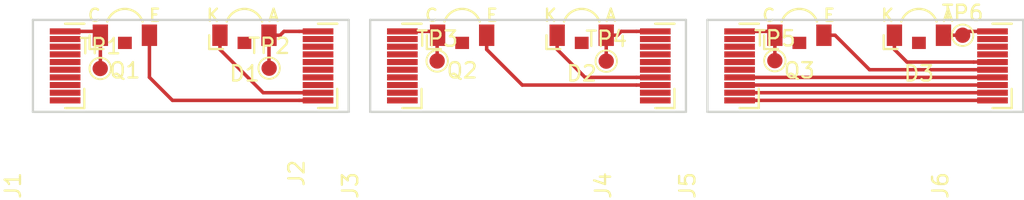
<source format=kicad_pcb>
(kicad_pcb (version 20171130) (host pcbnew 5.0.2-bee76a0~70~ubuntu18.04.1)

  (general
    (thickness 1.6)
    (drawings 12)
    (tracks 138)
    (zones 0)
    (modules 18)
    (nets 8)
  )

  (page A4)
  (layers
    (0 F.Cu signal)
    (31 B.Cu signal)
    (32 B.Adhes user)
    (33 F.Adhes user)
    (34 B.Paste user)
    (35 F.Paste user)
    (36 B.SilkS user)
    (37 F.SilkS user)
    (38 B.Mask user)
    (39 F.Mask user)
    (40 Dwgs.User user)
    (41 Cmts.User user)
    (42 Eco1.User user)
    (43 Eco2.User user)
    (44 Edge.Cuts user)
    (45 Margin user)
    (46 B.CrtYd user)
    (47 F.CrtYd user)
    (48 B.Fab user hide)
    (49 F.Fab user hide)
  )

  (setup
    (last_trace_width 0.2286)
    (trace_clearance 0.1524)
    (zone_clearance 0.508)
    (zone_45_only no)
    (trace_min 0.2)
    (segment_width 0.2)
    (edge_width 0.15)
    (via_size 0.8)
    (via_drill 0.4)
    (via_min_size 0.4)
    (via_min_drill 0.3)
    (uvia_size 0.3)
    (uvia_drill 0.1)
    (uvias_allowed no)
    (uvia_min_size 0.2)
    (uvia_min_drill 0.1)
    (pcb_text_width 0.3)
    (pcb_text_size 1.5 1.5)
    (mod_edge_width 0.15)
    (mod_text_size 1 1)
    (mod_text_width 0.15)
    (pad_size 1.524 1.524)
    (pad_drill 0.762)
    (pad_to_mask_clearance 0.051)
    (solder_mask_min_width 0.25)
    (aux_axis_origin 0 0)
    (visible_elements FFFFFF7F)
    (pcbplotparams
      (layerselection 0x010fc_ffffffff)
      (usegerberextensions true)
      (usegerberattributes false)
      (usegerberadvancedattributes false)
      (creategerberjobfile false)
      (excludeedgelayer true)
      (linewidth 0.100000)
      (plotframeref false)
      (viasonmask false)
      (mode 1)
      (useauxorigin false)
      (hpglpennumber 1)
      (hpglpenspeed 20)
      (hpglpendiameter 15.000000)
      (psnegative false)
      (psa4output false)
      (plotreference false)
      (plotvalue false)
      (plotinvisibletext false)
      (padsonsilk false)
      (subtractmaskfromsilk false)
      (outputformat 1)
      (mirror false)
      (drillshape 0)
      (scaleselection 1)
      (outputdirectory "grb"))
  )

  (net 0 "")
  (net 1 +5V)
  (net 2 /D1)
  (net 3 /D2)
  (net 4 /D3)
  (net 5 /Q1)
  (net 6 /Q2)
  (net 7 /Q3)

  (net_class Default "This is the default net class."
    (clearance 0.1524)
    (trace_width 0.2286)
    (via_dia 0.8)
    (via_drill 0.4)
    (uvia_dia 0.3)
    (uvia_drill 0.1)
    (add_net +5V)
    (add_net /D1)
    (add_net /D2)
    (add_net /D3)
    (add_net /Q1)
    (add_net /Q2)
    (add_net /Q3)
  )

  (module Roboy_mod:FPC_0.5mmx10 (layer F.Cu) (tedit 5C421DD2) (tstamp 5C4E7BE4)
    (at 92.1 71 270)
    (path /5C422A2E)
    (fp_text reference J1 (at 7.8 3.4 270) (layer F.SilkS)
      (effects (font (size 1 1) (thickness 0.15)))
    )
    (fp_text value Conn_01x10_Male (at 0.4 6.4 270) (layer F.Fab)
      (effects (font (size 1 1) (thickness 0.15)))
    )
    (fp_line (start 2.75 -1.25) (end -2.75 -1.25) (layer F.CrtYd) (width 0.15))
    (fp_line (start 2.75 1.25) (end 2.75 -1.25) (layer F.CrtYd) (width 0.15))
    (fp_line (start -2.75 1.25) (end 2.75 1.25) (layer F.CrtYd) (width 0.15))
    (fp_line (start -2.75 -1.25) (end -2.75 1.25) (layer F.CrtYd) (width 0.15))
    (fp_line (start 2.75 -1.25) (end 2.75 0) (layer F.SilkS) (width 0.15))
    (fp_line (start 1.5 -1.25) (end 2.75 -1.25) (layer F.SilkS) (width 0.15))
    (fp_line (start -2.75 0) (end -2.75 -1.25) (layer F.SilkS) (width 0.15))
    (fp_line (start -2.75 -1.25) (end -2.75 0) (layer F.SilkS) (width 0.15))
    (pad 10 smd rect (at 2.25 0 270) (size 0.4 2) (layers F.Cu F.Paste F.Mask))
    (pad 9 smd rect (at 1.75 0 270) (size 0.4 2) (layers F.Cu F.Paste F.Mask))
    (pad 8 smd rect (at 1.25 0 270) (size 0.4 2) (layers F.Cu F.Paste F.Mask))
    (pad 7 smd rect (at 0.75 0 270) (size 0.4 2) (layers F.Cu F.Paste F.Mask))
    (pad 6 smd rect (at 0.25 0 270) (size 0.4 2) (layers F.Cu F.Paste F.Mask))
    (pad 5 smd rect (at -0.25 0 270) (size 0.4 2) (layers F.Cu F.Paste F.Mask))
    (pad 4 smd rect (at -0.75 0 270) (size 0.4 2) (layers F.Cu F.Paste F.Mask))
    (pad 3 smd rect (at -1.25 0 270) (size 0.4 2) (layers F.Cu F.Paste F.Mask))
    (pad 2 smd rect (at -1.75 0 270) (size 0.4 2) (layers F.Cu F.Paste F.Mask))
    (pad 1 smd rect (at -2.25 0 270) (size 0.4 2) (layers F.Cu F.Paste F.Mask)
      (net 1 +5V))
  )

  (module Roboy_mod:Everlight_3x2x1_side_lens_wide_Phototransistor (layer F.Cu) (tedit 5C1A7549) (tstamp 5C422041)
    (at 140 69)
    (path /5C1A6477)
    (fp_text reference Q3 (at 0 2.3) (layer F.SilkS)
      (effects (font (size 1 1) (thickness 0.15)))
    )
    (fp_text value Q_Photo_NPN (at 0 3.9) (layer F.Fab)
      (effects (font (size 1 1) (thickness 0.15)))
    )
    (fp_arc (start 0 -0.5) (end 1 -0.5) (angle -180) (layer F.Fab) (width 0.15))
    (fp_line (start -1.5 0.5) (end -1.5 -0.5) (layer F.Fab) (width 0.15))
    (fp_line (start 1.5 0.5) (end -1.5 0.5) (layer F.Fab) (width 0.15))
    (fp_line (start 1.5 -0.5) (end 1.5 0.5) (layer F.Fab) (width 0.15))
    (fp_line (start -1.5 -0.5) (end 1.5 -0.5) (layer F.Fab) (width 0.15))
    (fp_line (start -2.3 0) (end -2.3 0.9) (layer F.SilkS) (width 0.15))
    (fp_line (start -2.3 0.9) (end -1.4 0.9) (layer F.SilkS) (width 0.15))
    (fp_arc (start 0 -0.5) (end 1.15 -0.9) (angle -141.6419839) (layer F.SilkS) (width 0.15))
    (fp_line (start -2.4 1) (end 2.2 1) (layer F.CrtYd) (width 0.15))
    (fp_line (start 2.2 1) (end 2.2 -1.8) (layer F.CrtYd) (width 0.15))
    (fp_line (start 2.2 -1.8) (end -2.4 -1.8) (layer F.CrtYd) (width 0.15))
    (fp_line (start -2.4 -1.8) (end -2.4 1) (layer F.CrtYd) (width 0.15))
    (fp_text user C (at -2 -1.3) (layer F.SilkS)
      (effects (font (size 0.8 0.8) (thickness 0.15)))
    )
    (fp_text user E (at 1.95 -1.3) (layer F.SilkS)
      (effects (font (size 0.8 0.8) (thickness 0.15)))
    )
    (pad "" smd rect (at 0 0.5) (size 0.9 0.8) (layers F.Cu F.Paste F.Mask))
    (pad 2 smd rect (at 1.6 0) (size 1 1.4) (layers F.Cu F.Paste F.Mask)
      (net 7 /Q3))
    (pad 1 smd rect (at -1.6 0) (size 1 1.4) (layers F.Cu F.Paste F.Mask)
      (net 1 +5V))
  )

  (module Roboy_mod:FPC_0.5mmx10 (layer F.Cu) (tedit 5C421DE7) (tstamp 5C42202C)
    (at 136.1 71 270)
    (path /5C424054)
    (fp_text reference J5 (at 7.8 3.4 270) (layer F.SilkS)
      (effects (font (size 1 1) (thickness 0.15)))
    )
    (fp_text value Conn_01x10_Male (at 0.4 6.4 270) (layer F.Fab)
      (effects (font (size 1 1) (thickness 0.15)))
    )
    (fp_line (start 2.75 -1.25) (end -2.75 -1.25) (layer F.CrtYd) (width 0.15))
    (fp_line (start 2.75 1.25) (end 2.75 -1.25) (layer F.CrtYd) (width 0.15))
    (fp_line (start -2.75 1.25) (end 2.75 1.25) (layer F.CrtYd) (width 0.15))
    (fp_line (start -2.75 -1.25) (end -2.75 1.25) (layer F.CrtYd) (width 0.15))
    (fp_line (start 2.75 -1.25) (end 2.75 0) (layer F.SilkS) (width 0.15))
    (fp_line (start 1.5 -1.25) (end 2.75 -1.25) (layer F.SilkS) (width 0.15))
    (fp_line (start -2.75 0) (end -2.75 -1.25) (layer F.SilkS) (width 0.15))
    (fp_line (start -2.75 -1.25) (end -2.75 0) (layer F.SilkS) (width 0.15))
    (pad 10 smd rect (at 2.25 0 270) (size 0.4 2) (layers F.Cu F.Paste F.Mask)
      (net 5 /Q1))
    (pad 9 smd rect (at 1.75 0 270) (size 0.4 2) (layers F.Cu F.Paste F.Mask)
      (net 2 /D1))
    (pad 8 smd rect (at 1.25 0 270) (size 0.4 2) (layers F.Cu F.Paste F.Mask)
      (net 6 /Q2))
    (pad 7 smd rect (at 0.75 0 270) (size 0.4 2) (layers F.Cu F.Paste F.Mask)
      (net 3 /D2))
    (pad 6 smd rect (at 0.25 0 270) (size 0.4 2) (layers F.Cu F.Paste F.Mask))
    (pad 5 smd rect (at -0.25 0 270) (size 0.4 2) (layers F.Cu F.Paste F.Mask))
    (pad 4 smd rect (at -0.75 0 270) (size 0.4 2) (layers F.Cu F.Paste F.Mask))
    (pad 3 smd rect (at -1.25 0 270) (size 0.4 2) (layers F.Cu F.Paste F.Mask))
    (pad 2 smd rect (at -1.75 0 270) (size 0.4 2) (layers F.Cu F.Paste F.Mask))
    (pad 1 smd rect (at -2.25 0 270) (size 0.4 2) (layers F.Cu F.Paste F.Mask)
      (net 1 +5V))
  )

  (module Roboy_mod:Everlight_3x2x1_side_lens_wide_LED (layer F.Cu) (tedit 5C1A7565) (tstamp 5C422018)
    (at 147.8 69)
    (path /5C1A6329)
    (fp_text reference D3 (at 0 2.5) (layer F.SilkS)
      (effects (font (size 1 1) (thickness 0.15)))
    )
    (fp_text value LED (at 0 4.15) (layer F.Fab)
      (effects (font (size 1 1) (thickness 0.15)))
    )
    (fp_arc (start 0 -0.5) (end 1 -0.5) (angle -180) (layer F.Fab) (width 0.15))
    (fp_line (start -1.5 0.5) (end -1.5 -0.5) (layer F.Fab) (width 0.15))
    (fp_line (start 1.5 0.5) (end -1.5 0.5) (layer F.Fab) (width 0.15))
    (fp_line (start 1.5 -0.5) (end 1.5 0.5) (layer F.Fab) (width 0.15))
    (fp_line (start -1.5 -0.5) (end 1.5 -0.5) (layer F.Fab) (width 0.15))
    (fp_line (start -2.3 0) (end -2.3 0.9) (layer F.SilkS) (width 0.15))
    (fp_line (start -2.3 0.9) (end -1.4 0.9) (layer F.SilkS) (width 0.15))
    (fp_arc (start 0 -0.5) (end 1.15 -0.9) (angle -141.6419839) (layer F.SilkS) (width 0.15))
    (fp_line (start -2.4 1) (end 2.2 1) (layer F.CrtYd) (width 0.15))
    (fp_line (start 2.2 1) (end 2.2 -1.8) (layer F.CrtYd) (width 0.15))
    (fp_line (start 2.2 -1.8) (end -2.4 -1.8) (layer F.CrtYd) (width 0.15))
    (fp_line (start -2.4 -1.8) (end -2.4 1) (layer F.CrtYd) (width 0.15))
    (fp_text user K (at -2.05 -1.3) (layer F.SilkS)
      (effects (font (size 0.8 0.8) (thickness 0.15)))
    )
    (fp_text user A (at 1.9 -1.3) (layer F.SilkS)
      (effects (font (size 0.8 0.8) (thickness 0.15)))
    )
    (pad "" smd rect (at 0 0.5) (size 0.9 0.8) (layers F.Cu F.Paste F.Mask))
    (pad 2 smd rect (at 1.6 0) (size 1 1.4) (layers F.Cu F.Paste F.Mask)
      (net 1 +5V))
    (pad 1 smd rect (at -1.6 0) (size 1 1.4) (layers F.Cu F.Paste F.Mask)
      (net 4 /D3))
  )

  (module Roboy_mod:FPC_0.5mmx10 (layer F.Cu) (tedit 5C1B784F) (tstamp 5C422003)
    (at 152.6 71 270)
    (path /5C423FAC)
    (fp_text reference J6 (at 7.8 3.4 270) (layer F.SilkS)
      (effects (font (size 1 1) (thickness 0.15)))
    )
    (fp_text value Conn_01x10_Female (at 0.4 6.4 270) (layer F.Fab)
      (effects (font (size 1 1) (thickness 0.15)))
    )
    (fp_line (start 2.75 -1.25) (end -2.75 -1.25) (layer F.CrtYd) (width 0.15))
    (fp_line (start 2.75 1.25) (end 2.75 -1.25) (layer F.CrtYd) (width 0.15))
    (fp_line (start -2.75 1.25) (end 2.75 1.25) (layer F.CrtYd) (width 0.15))
    (fp_line (start -2.75 -1.25) (end -2.75 1.25) (layer F.CrtYd) (width 0.15))
    (fp_line (start 2.75 -1.25) (end 2.75 0) (layer F.SilkS) (width 0.15))
    (fp_line (start 1.5 -1.25) (end 2.75 -1.25) (layer F.SilkS) (width 0.15))
    (fp_line (start -2.75 0) (end -2.75 -1.25) (layer F.SilkS) (width 0.15))
    (fp_line (start -2.75 -1.25) (end -2.75 0) (layer F.SilkS) (width 0.15))
    (pad 10 smd rect (at 2.25 0 270) (size 0.4 2) (layers F.Cu F.Paste F.Mask)
      (net 5 /Q1))
    (pad 9 smd rect (at 1.75 0 270) (size 0.4 2) (layers F.Cu F.Paste F.Mask)
      (net 2 /D1))
    (pad 8 smd rect (at 1.25 0 270) (size 0.4 2) (layers F.Cu F.Paste F.Mask)
      (net 6 /Q2))
    (pad 7 smd rect (at 0.75 0 270) (size 0.4 2) (layers F.Cu F.Paste F.Mask)
      (net 3 /D2))
    (pad 6 smd rect (at 0.25 0 270) (size 0.4 2) (layers F.Cu F.Paste F.Mask)
      (net 7 /Q3))
    (pad 5 smd rect (at -0.25 0 270) (size 0.4 2) (layers F.Cu F.Paste F.Mask)
      (net 4 /D3))
    (pad 4 smd rect (at -0.75 0 270) (size 0.4 2) (layers F.Cu F.Paste F.Mask))
    (pad 3 smd rect (at -1.25 0 270) (size 0.4 2) (layers F.Cu F.Paste F.Mask))
    (pad 2 smd rect (at -1.75 0 270) (size 0.4 2) (layers F.Cu F.Paste F.Mask))
    (pad 1 smd rect (at -2.25 0 270) (size 0.4 2) (layers F.Cu F.Paste F.Mask)
      (net 1 +5V))
  )

  (module Roboy_mod:Everlight_3x2x1_side_lens_wide_LED (layer F.Cu) (tedit 5C421DCB) (tstamp 5C421D1D)
    (at 125.8 69)
    (path /5C1A6309)
    (fp_text reference D2 (at 0 2.5) (layer F.SilkS)
      (effects (font (size 1 1) (thickness 0.15)))
    )
    (fp_text value LED (at 0 4.15) (layer F.Fab)
      (effects (font (size 1 1) (thickness 0.15)))
    )
    (fp_text user A (at 1.9 -1.3) (layer F.SilkS)
      (effects (font (size 0.8 0.8) (thickness 0.15)))
    )
    (fp_text user K (at -2.05 -1.3) (layer F.SilkS)
      (effects (font (size 0.8 0.8) (thickness 0.15)))
    )
    (fp_line (start -2.4 -1.8) (end -2.4 1) (layer F.CrtYd) (width 0.15))
    (fp_line (start 2.2 -1.8) (end -2.4 -1.8) (layer F.CrtYd) (width 0.15))
    (fp_line (start 2.2 1) (end 2.2 -1.8) (layer F.CrtYd) (width 0.15))
    (fp_line (start -2.4 1) (end 2.2 1) (layer F.CrtYd) (width 0.15))
    (fp_arc (start 0 -0.5) (end 1.15 -0.9) (angle -141.6419839) (layer F.SilkS) (width 0.15))
    (fp_line (start -2.3 0.9) (end -1.4 0.9) (layer F.SilkS) (width 0.15))
    (fp_line (start -2.3 0) (end -2.3 0.9) (layer F.SilkS) (width 0.15))
    (fp_line (start -1.5 -0.5) (end 1.5 -0.5) (layer F.Fab) (width 0.15))
    (fp_line (start 1.5 -0.5) (end 1.5 0.5) (layer F.Fab) (width 0.15))
    (fp_line (start 1.5 0.5) (end -1.5 0.5) (layer F.Fab) (width 0.15))
    (fp_line (start -1.5 0.5) (end -1.5 -0.5) (layer F.Fab) (width 0.15))
    (fp_arc (start 0 -0.5) (end 1 -0.5) (angle -180) (layer F.Fab) (width 0.15))
    (pad 1 smd rect (at -1.6 0) (size 1 1.4) (layers F.Cu F.Paste F.Mask)
      (net 3 /D2))
    (pad 2 smd rect (at 1.6 0) (size 1 1.4) (layers F.Cu F.Paste F.Mask)
      (net 1 +5V))
    (pad "" smd rect (at 0 0.5) (size 0.9 0.8) (layers F.Cu F.Paste F.Mask))
  )

  (module Roboy_mod:Everlight_3x2x1_side_lens_wide_Phototransistor (layer F.Cu) (tedit 5C421DC6) (tstamp 5C421D09)
    (at 118 69)
    (path /5C1A6441)
    (fp_text reference Q2 (at 0 2.3) (layer F.SilkS)
      (effects (font (size 1 1) (thickness 0.15)))
    )
    (fp_text value Q_Photo_NPN (at 0 3.9) (layer F.Fab)
      (effects (font (size 1 1) (thickness 0.15)))
    )
    (fp_text user E (at 1.95 -1.3) (layer F.SilkS)
      (effects (font (size 0.8 0.8) (thickness 0.15)))
    )
    (fp_text user C (at -2 -1.3) (layer F.SilkS)
      (effects (font (size 0.8 0.8) (thickness 0.15)))
    )
    (fp_line (start -2.4 -1.8) (end -2.4 1) (layer F.CrtYd) (width 0.15))
    (fp_line (start 2.2 -1.8) (end -2.4 -1.8) (layer F.CrtYd) (width 0.15))
    (fp_line (start 2.2 1) (end 2.2 -1.8) (layer F.CrtYd) (width 0.15))
    (fp_line (start -2.4 1) (end 2.2 1) (layer F.CrtYd) (width 0.15))
    (fp_arc (start 0 -0.5) (end 1.15 -0.9) (angle -141.6419839) (layer F.SilkS) (width 0.15))
    (fp_line (start -2.3 0.9) (end -1.4 0.9) (layer F.SilkS) (width 0.15))
    (fp_line (start -2.3 0) (end -2.3 0.9) (layer F.SilkS) (width 0.15))
    (fp_line (start -1.5 -0.5) (end 1.5 -0.5) (layer F.Fab) (width 0.15))
    (fp_line (start 1.5 -0.5) (end 1.5 0.5) (layer F.Fab) (width 0.15))
    (fp_line (start 1.5 0.5) (end -1.5 0.5) (layer F.Fab) (width 0.15))
    (fp_line (start -1.5 0.5) (end -1.5 -0.5) (layer F.Fab) (width 0.15))
    (fp_arc (start 0 -0.5) (end 1 -0.5) (angle -180) (layer F.Fab) (width 0.15))
    (pad 1 smd rect (at -1.6 0) (size 1 1.4) (layers F.Cu F.Paste F.Mask)
      (net 1 +5V))
    (pad 2 smd rect (at 1.6 0) (size 1 1.4) (layers F.Cu F.Paste F.Mask)
      (net 6 /Q2))
    (pad "" smd rect (at 0 0.5) (size 0.9 0.8) (layers F.Cu F.Paste F.Mask))
  )

  (module Roboy_mod:FPC_0.5mmx10 (layer F.Cu) (tedit 5C421DE2) (tstamp 5C421CF0)
    (at 130.6 71 270)
    (path /5C423BD3)
    (fp_text reference J4 (at 7.8 3.4 270) (layer F.SilkS)
      (effects (font (size 1 1) (thickness 0.15)))
    )
    (fp_text value Conn_01x10_Female (at 0.4 6.4 270) (layer F.Fab)
      (effects (font (size 1 1) (thickness 0.15)))
    )
    (fp_line (start -2.75 -1.25) (end -2.75 0) (layer F.SilkS) (width 0.15))
    (fp_line (start -2.75 0) (end -2.75 -1.25) (layer F.SilkS) (width 0.15))
    (fp_line (start 1.5 -1.25) (end 2.75 -1.25) (layer F.SilkS) (width 0.15))
    (fp_line (start 2.75 -1.25) (end 2.75 0) (layer F.SilkS) (width 0.15))
    (fp_line (start -2.75 -1.25) (end -2.75 1.25) (layer F.CrtYd) (width 0.15))
    (fp_line (start -2.75 1.25) (end 2.75 1.25) (layer F.CrtYd) (width 0.15))
    (fp_line (start 2.75 1.25) (end 2.75 -1.25) (layer F.CrtYd) (width 0.15))
    (fp_line (start 2.75 -1.25) (end -2.75 -1.25) (layer F.CrtYd) (width 0.15))
    (pad 1 smd rect (at -2.25 0 270) (size 0.4 2) (layers F.Cu F.Paste F.Mask)
      (net 1 +5V))
    (pad 2 smd rect (at -1.75 0 270) (size 0.4 2) (layers F.Cu F.Paste F.Mask))
    (pad 3 smd rect (at -1.25 0 270) (size 0.4 2) (layers F.Cu F.Paste F.Mask))
    (pad 4 smd rect (at -0.75 0 270) (size 0.4 2) (layers F.Cu F.Paste F.Mask))
    (pad 5 smd rect (at -0.25 0 270) (size 0.4 2) (layers F.Cu F.Paste F.Mask))
    (pad 6 smd rect (at 0.25 0 270) (size 0.4 2) (layers F.Cu F.Paste F.Mask))
    (pad 7 smd rect (at 0.75 0 270) (size 0.4 2) (layers F.Cu F.Paste F.Mask)
      (net 3 /D2))
    (pad 8 smd rect (at 1.25 0 270) (size 0.4 2) (layers F.Cu F.Paste F.Mask)
      (net 6 /Q2))
    (pad 9 smd rect (at 1.75 0 270) (size 0.4 2) (layers F.Cu F.Paste F.Mask)
      (net 2 /D1))
    (pad 10 smd rect (at 2.25 0 270) (size 0.4 2) (layers F.Cu F.Paste F.Mask)
      (net 5 /Q1))
  )

  (module Roboy_mod:FPC_0.5mmx10 (layer F.Cu) (tedit 5C421DDB) (tstamp 5C421CDB)
    (at 114.1 71 270)
    (path /5C423FFA)
    (fp_text reference J3 (at 7.8 3.4 270) (layer F.SilkS)
      (effects (font (size 1 1) (thickness 0.15)))
    )
    (fp_text value Conn_01x10_Male (at 0.4 6.4 270) (layer F.Fab)
      (effects (font (size 1 1) (thickness 0.15)))
    )
    (fp_line (start -2.75 -1.25) (end -2.75 0) (layer F.SilkS) (width 0.15))
    (fp_line (start -2.75 0) (end -2.75 -1.25) (layer F.SilkS) (width 0.15))
    (fp_line (start 1.5 -1.25) (end 2.75 -1.25) (layer F.SilkS) (width 0.15))
    (fp_line (start 2.75 -1.25) (end 2.75 0) (layer F.SilkS) (width 0.15))
    (fp_line (start -2.75 -1.25) (end -2.75 1.25) (layer F.CrtYd) (width 0.15))
    (fp_line (start -2.75 1.25) (end 2.75 1.25) (layer F.CrtYd) (width 0.15))
    (fp_line (start 2.75 1.25) (end 2.75 -1.25) (layer F.CrtYd) (width 0.15))
    (fp_line (start 2.75 -1.25) (end -2.75 -1.25) (layer F.CrtYd) (width 0.15))
    (pad 1 smd rect (at -2.25 0 270) (size 0.4 2) (layers F.Cu F.Paste F.Mask)
      (net 1 +5V))
    (pad 2 smd rect (at -1.75 0 270) (size 0.4 2) (layers F.Cu F.Paste F.Mask))
    (pad 3 smd rect (at -1.25 0 270) (size 0.4 2) (layers F.Cu F.Paste F.Mask))
    (pad 4 smd rect (at -0.75 0 270) (size 0.4 2) (layers F.Cu F.Paste F.Mask))
    (pad 5 smd rect (at -0.25 0 270) (size 0.4 2) (layers F.Cu F.Paste F.Mask))
    (pad 6 smd rect (at 0.25 0 270) (size 0.4 2) (layers F.Cu F.Paste F.Mask))
    (pad 7 smd rect (at 0.75 0 270) (size 0.4 2) (layers F.Cu F.Paste F.Mask))
    (pad 8 smd rect (at 1.25 0 270) (size 0.4 2) (layers F.Cu F.Paste F.Mask))
    (pad 9 smd rect (at 1.75 0 270) (size 0.4 2) (layers F.Cu F.Paste F.Mask)
      (net 2 /D1))
    (pad 10 smd rect (at 2.25 0 270) (size 0.4 2) (layers F.Cu F.Paste F.Mask)
      (net 5 /Q1))
  )

  (module Roboy_mod:Everlight_3x2x1_side_lens_wide_LED (layer F.Cu) (tedit 5C421DBE) (tstamp 5C423803)
    (at 103.8 69)
    (path /5C1A6090)
    (fp_text reference D1 (at 0 2.5) (layer F.SilkS)
      (effects (font (size 1 1) (thickness 0.15)))
    )
    (fp_text value LED (at 0 4.15) (layer F.Fab)
      (effects (font (size 1 1) (thickness 0.15)))
    )
    (fp_arc (start 0 -0.5) (end 1 -0.5) (angle -180) (layer F.Fab) (width 0.15))
    (fp_line (start -1.5 0.5) (end -1.5 -0.5) (layer F.Fab) (width 0.15))
    (fp_line (start 1.5 0.5) (end -1.5 0.5) (layer F.Fab) (width 0.15))
    (fp_line (start 1.5 -0.5) (end 1.5 0.5) (layer F.Fab) (width 0.15))
    (fp_line (start -1.5 -0.5) (end 1.5 -0.5) (layer F.Fab) (width 0.15))
    (fp_line (start -2.3 0) (end -2.3 0.9) (layer F.SilkS) (width 0.15))
    (fp_line (start -2.3 0.9) (end -1.4 0.9) (layer F.SilkS) (width 0.15))
    (fp_arc (start 0 -0.5) (end 1.15 -0.9) (angle -141.6419839) (layer F.SilkS) (width 0.15))
    (fp_line (start -2.4 1) (end 2.2 1) (layer F.CrtYd) (width 0.15))
    (fp_line (start 2.2 1) (end 2.2 -1.8) (layer F.CrtYd) (width 0.15))
    (fp_line (start 2.2 -1.8) (end -2.4 -1.8) (layer F.CrtYd) (width 0.15))
    (fp_line (start -2.4 -1.8) (end -2.4 1) (layer F.CrtYd) (width 0.15))
    (fp_text user K (at -2.05 -1.3) (layer F.SilkS)
      (effects (font (size 0.8 0.8) (thickness 0.15)))
    )
    (fp_text user A (at 1.9 -1.3) (layer F.SilkS)
      (effects (font (size 0.8 0.8) (thickness 0.15)))
    )
    (pad "" smd rect (at 0 0.5) (size 0.9 0.8) (layers F.Cu F.Paste F.Mask))
    (pad 2 smd rect (at 1.6 0) (size 1 1.4) (layers F.Cu F.Paste F.Mask)
      (net 1 +5V))
    (pad 1 smd rect (at -1.6 0) (size 1 1.4) (layers F.Cu F.Paste F.Mask)
      (net 2 /D1))
  )

  (module Roboy_mod:Everlight_3x2x1_side_lens_wide_Phototransistor (layer F.Cu) (tedit 5C421DB5) (tstamp 5C4236A8)
    (at 96 69)
    (path /5C1A617A)
    (fp_text reference Q1 (at 0 2.3) (layer F.SilkS)
      (effects (font (size 1 1) (thickness 0.15)))
    )
    (fp_text value Q_Photo_NPN (at 0 3.9) (layer F.Fab)
      (effects (font (size 1 1) (thickness 0.15)))
    )
    (fp_arc (start 0 -0.5) (end 1 -0.5) (angle -180) (layer F.Fab) (width 0.15))
    (fp_line (start -1.5 0.5) (end -1.5 -0.5) (layer F.Fab) (width 0.15))
    (fp_line (start 1.5 0.5) (end -1.5 0.5) (layer F.Fab) (width 0.15))
    (fp_line (start 1.5 -0.5) (end 1.5 0.5) (layer F.Fab) (width 0.15))
    (fp_line (start -1.5 -0.5) (end 1.5 -0.5) (layer F.Fab) (width 0.15))
    (fp_line (start -2.3 0) (end -2.3 0.9) (layer F.SilkS) (width 0.15))
    (fp_line (start -2.3 0.9) (end -1.4 0.9) (layer F.SilkS) (width 0.15))
    (fp_arc (start 0 -0.5) (end 1.15 -0.9) (angle -141.6419839) (layer F.SilkS) (width 0.15))
    (fp_line (start -2.4 1) (end 2.2 1) (layer F.CrtYd) (width 0.15))
    (fp_line (start 2.2 1) (end 2.2 -1.8) (layer F.CrtYd) (width 0.15))
    (fp_line (start 2.2 -1.8) (end -2.4 -1.8) (layer F.CrtYd) (width 0.15))
    (fp_line (start -2.4 -1.8) (end -2.4 1) (layer F.CrtYd) (width 0.15))
    (fp_text user C (at -2 -1.3) (layer F.SilkS)
      (effects (font (size 0.8 0.8) (thickness 0.15)))
    )
    (fp_text user E (at 1.95 -1.3) (layer F.SilkS)
      (effects (font (size 0.8 0.8) (thickness 0.15)))
    )
    (pad "" smd rect (at 0 0.5) (size 0.9 0.8) (layers F.Cu F.Paste F.Mask))
    (pad 2 smd rect (at 1.6 0) (size 1 1.4) (layers F.Cu F.Paste F.Mask)
      (net 5 /Q1))
    (pad 1 smd rect (at -1.6 0) (size 1 1.4) (layers F.Cu F.Paste F.Mask)
      (net 1 +5V))
  )

  (module Roboy_mod:FPC_0.5mmx10 (layer F.Cu) (tedit 5C421DD7) (tstamp 5C423660)
    (at 108.6 71 270)
    (path /5C4227D2)
    (fp_text reference J2 (at 7 1.4 270) (layer F.SilkS)
      (effects (font (size 1 1) (thickness 0.15)))
    )
    (fp_text value Conn_01x10_Female (at 0.4 6.4 270) (layer F.Fab)
      (effects (font (size 1 1) (thickness 0.15)))
    )
    (fp_line (start 2.75 -1.25) (end -2.75 -1.25) (layer F.CrtYd) (width 0.15))
    (fp_line (start 2.75 1.25) (end 2.75 -1.25) (layer F.CrtYd) (width 0.15))
    (fp_line (start -2.75 1.25) (end 2.75 1.25) (layer F.CrtYd) (width 0.15))
    (fp_line (start -2.75 -1.25) (end -2.75 1.25) (layer F.CrtYd) (width 0.15))
    (fp_line (start 2.75 -1.25) (end 2.75 0) (layer F.SilkS) (width 0.15))
    (fp_line (start 1.5 -1.25) (end 2.75 -1.25) (layer F.SilkS) (width 0.15))
    (fp_line (start -2.75 0) (end -2.75 -1.25) (layer F.SilkS) (width 0.15))
    (fp_line (start -2.75 -1.25) (end -2.75 0) (layer F.SilkS) (width 0.15))
    (pad 10 smd rect (at 2.25 0 270) (size 0.4 2) (layers F.Cu F.Paste F.Mask)
      (net 5 /Q1))
    (pad 9 smd rect (at 1.75 0 270) (size 0.4 2) (layers F.Cu F.Paste F.Mask)
      (net 2 /D1))
    (pad 8 smd rect (at 1.25 0 270) (size 0.4 2) (layers F.Cu F.Paste F.Mask))
    (pad 7 smd rect (at 0.75 0 270) (size 0.4 2) (layers F.Cu F.Paste F.Mask))
    (pad 6 smd rect (at 0.25 0 270) (size 0.4 2) (layers F.Cu F.Paste F.Mask))
    (pad 5 smd rect (at -0.25 0 270) (size 0.4 2) (layers F.Cu F.Paste F.Mask))
    (pad 4 smd rect (at -0.75 0 270) (size 0.4 2) (layers F.Cu F.Paste F.Mask))
    (pad 3 smd rect (at -1.25 0 270) (size 0.4 2) (layers F.Cu F.Paste F.Mask))
    (pad 2 smd rect (at -1.75 0 270) (size 0.4 2) (layers F.Cu F.Paste F.Mask))
    (pad 1 smd rect (at -2.25 0 270) (size 0.4 2) (layers F.Cu F.Paste F.Mask)
      (net 1 +5V))
  )

  (module TestPoint:TestPoint_Pad_D1.0mm (layer F.Cu) (tedit 5A0F774F) (tstamp 5C4E82A3)
    (at 94.39 71.17)
    (descr "SMD pad as test Point, diameter 1.0mm")
    (tags "test point SMD pad")
    (path /5C43F8B0)
    (attr virtual)
    (fp_text reference TP1 (at 0 -1.448) (layer F.SilkS)
      (effects (font (size 1 1) (thickness 0.15)))
    )
    (fp_text value TestPoint (at 0 1.55) (layer F.Fab)
      (effects (font (size 1 1) (thickness 0.15)))
    )
    (fp_circle (center 0 0) (end 0 0.7) (layer F.SilkS) (width 0.12))
    (fp_circle (center 0 0) (end 1 0) (layer F.CrtYd) (width 0.05))
    (fp_text user %R (at 0 -1.45) (layer F.Fab)
      (effects (font (size 1 1) (thickness 0.15)))
    )
    (pad 1 smd circle (at 0 0) (size 1 1) (layers F.Cu F.Mask)
      (net 1 +5V))
  )

  (module TestPoint:TestPoint_Pad_D1.0mm (layer F.Cu) (tedit 5A0F774F) (tstamp 5C4E81C9)
    (at 105.41 71.15)
    (descr "SMD pad as test Point, diameter 1.0mm")
    (tags "test point SMD pad")
    (path /5C44179E)
    (attr virtual)
    (fp_text reference TP2 (at 0 -1.448) (layer F.SilkS)
      (effects (font (size 1 1) (thickness 0.15)))
    )
    (fp_text value TestPoint (at 0 1.55) (layer F.Fab)
      (effects (font (size 1 1) (thickness 0.15)))
    )
    (fp_text user %R (at 0 -1.45) (layer F.Fab)
      (effects (font (size 1 1) (thickness 0.15)))
    )
    (fp_circle (center 0 0) (end 1 0) (layer F.CrtYd) (width 0.05))
    (fp_circle (center 0 0) (end 0 0.7) (layer F.SilkS) (width 0.12))
    (pad 1 smd circle (at 0 0) (size 1 1) (layers F.Cu F.Mask)
      (net 1 +5V))
  )

  (module TestPoint:TestPoint_Pad_D1.0mm (layer F.Cu) (tedit 5A0F774F) (tstamp 5C4E81D0)
    (at 116.37 70.68)
    (descr "SMD pad as test Point, diameter 1.0mm")
    (tags "test point SMD pad")
    (path /5C443BB5)
    (attr virtual)
    (fp_text reference TP3 (at 0 -1.448) (layer F.SilkS)
      (effects (font (size 1 1) (thickness 0.15)))
    )
    (fp_text value TestPoint (at 0 1.55) (layer F.Fab)
      (effects (font (size 1 1) (thickness 0.15)))
    )
    (fp_text user %R (at 0 -1.45) (layer F.Fab)
      (effects (font (size 1 1) (thickness 0.15)))
    )
    (fp_circle (center 0 0) (end 1 0) (layer F.CrtYd) (width 0.05))
    (fp_circle (center 0 0) (end 0 0.7) (layer F.SilkS) (width 0.12))
    (pad 1 smd circle (at 0 0) (size 1 1) (layers F.Cu F.Mask)
      (net 1 +5V))
  )

  (module TestPoint:TestPoint_Pad_D1.0mm (layer F.Cu) (tedit 5A0F774F) (tstamp 5C4E81D7)
    (at 127.4 70.69)
    (descr "SMD pad as test Point, diameter 1.0mm")
    (tags "test point SMD pad")
    (path /5C43F97C)
    (attr virtual)
    (fp_text reference TP4 (at 0 -1.448) (layer F.SilkS)
      (effects (font (size 1 1) (thickness 0.15)))
    )
    (fp_text value TestPoint (at 0 1.55) (layer F.Fab)
      (effects (font (size 1 1) (thickness 0.15)))
    )
    (fp_text user %R (at 0 -1.45) (layer F.Fab)
      (effects (font (size 1 1) (thickness 0.15)))
    )
    (fp_circle (center 0 0) (end 1 0) (layer F.CrtYd) (width 0.05))
    (fp_circle (center 0 0) (end 0 0.7) (layer F.SilkS) (width 0.12))
    (pad 1 smd circle (at 0 0) (size 1 1) (layers F.Cu F.Mask)
      (net 1 +5V))
  )

  (module TestPoint:TestPoint_Pad_D1.0mm (layer F.Cu) (tedit 5A0F774F) (tstamp 5C4E81DE)
    (at 138.4 70.66)
    (descr "SMD pad as test Point, diameter 1.0mm")
    (tags "test point SMD pad")
    (path /5C44170B)
    (attr virtual)
    (fp_text reference TP5 (at 0 -1.448) (layer F.SilkS)
      (effects (font (size 1 1) (thickness 0.15)))
    )
    (fp_text value TestPoint (at 0 1.55) (layer F.Fab)
      (effects (font (size 1 1) (thickness 0.15)))
    )
    (fp_circle (center 0 0) (end 0 0.7) (layer F.SilkS) (width 0.12))
    (fp_circle (center 0 0) (end 1 0) (layer F.CrtYd) (width 0.05))
    (fp_text user %R (at 0 -1.45) (layer F.Fab)
      (effects (font (size 1 1) (thickness 0.15)))
    )
    (pad 1 smd circle (at 0 0) (size 1 1) (layers F.Cu F.Mask)
      (net 1 +5V))
  )

  (module TestPoint:TestPoint_Pad_D1.0mm (layer F.Cu) (tedit 5A0F774F) (tstamp 5C4E81E5)
    (at 150.65 69)
    (descr "SMD pad as test Point, diameter 1.0mm")
    (tags "test point SMD pad")
    (path /5C443396)
    (attr virtual)
    (fp_text reference TP6 (at 0 -1.448) (layer F.SilkS)
      (effects (font (size 1 1) (thickness 0.15)))
    )
    (fp_text value TestPoint (at 0 1.55) (layer F.Fab)
      (effects (font (size 1 1) (thickness 0.15)))
    )
    (fp_circle (center 0 0) (end 0 0.7) (layer F.SilkS) (width 0.12))
    (fp_circle (center 0 0) (end 1 0) (layer F.CrtYd) (width 0.05))
    (fp_text user %R (at 0 -1.45) (layer F.Fab)
      (effects (font (size 1 1) (thickness 0.15)))
    )
    (pad 1 smd circle (at 0 0) (size 1 1) (layers F.Cu F.Mask)
      (net 1 +5V))
  )

  (gr_line (start 154.6 74) (end 134 74) (layer Edge.Cuts) (width 0.15) (tstamp 5C422055))
  (gr_line (start 134 68) (end 154.6 68) (layer Edge.Cuts) (width 0.15) (tstamp 5C422002))
  (gr_line (start 154.6 68) (end 154.6 74) (layer Edge.Cuts) (width 0.15) (tstamp 5C422001))
  (gr_line (start 134 74) (end 134 68) (layer Edge.Cuts) (width 0.15) (tstamp 5C422000))
  (gr_line (start 112 68) (end 132.6 68) (layer Edge.Cuts) (width 0.15) (tstamp 5C421D08))
  (gr_line (start 132.6 68) (end 132.6 74) (layer Edge.Cuts) (width 0.15) (tstamp 5C421D07))
  (gr_line (start 112 74) (end 112 68) (layer Edge.Cuts) (width 0.15) (tstamp 5C421D06))
  (gr_line (start 132.6 74) (end 112 74) (layer Edge.Cuts) (width 0.15) (tstamp 5C421D05))
  (gr_line (start 90 68) (end 110.6 68) (layer Edge.Cuts) (width 0.15) (tstamp 5C4238F2))
  (gr_line (start 110.6 68) (end 110.6 74) (layer Edge.Cuts) (width 0.15) (tstamp 5C4238F1))
  (gr_line (start 110.6 74) (end 90 74) (layer Edge.Cuts) (width 0.15) (tstamp 5C4238F0))
  (gr_line (start 90 74) (end 90 68) (layer Edge.Cuts) (width 0.15) (tstamp 5C4238EF))

  (segment (start 106.24 73.30559) (end 106.03 73.51559) (width 0.254) (layer In2.Cu) (net 0) (tstamp 5C423677))
  (segment (start 110.28 73.43) (end 110.14361 73.56639) (width 0.1524) (layer In2.Cu) (net 0) (tstamp 5C423712))
  (segment (start 110.47 73.43) (end 110.28 73.43) (width 0.1524) (layer In2.Cu) (net 0) (tstamp 5C423713))
  (segment (start 110.463208 73.51559) (end 110.47 73.508798) (width 0.1524) (layer In2.Cu) (net 0) (tstamp 5C423714))
  (segment (start 110.47 73.508798) (end 110.47 73.43) (width 0.1524) (layer In2.Cu) (net 0) (tstamp 5C423715))
  (segment (start 110.768714 73.43) (end 110.28 73.43) (width 0.254) (layer In2.Cu) (net 0) (tstamp 5C423716))
  (segment (start 110.78559 73.446876) (end 110.768714 73.43) (width 0.254) (layer In2.Cu) (net 0) (tstamp 5C423717))
  (segment (start 110.78559 73.51559) (end 110.78559 73.446876) (width 0.254) (layer In2.Cu) (net 0) (tstamp 5C423718))
  (segment (start 110.78559 73.51559) (end 110.463208 73.51559) (width 0.254) (layer In2.Cu) (net 0) (tstamp 5C423719))
  (segment (start 110.463208 73.51559) (end 110.44441 73.51559) (width 0.1524) (layer In2.Cu) (net 0) (tstamp 5C42371A))
  (segment (start 110.44441 73.51559) (end 110.39361 73.56639) (width 0.1524) (layer In2.Cu) (net 0) (tstamp 5C42371B))
  (segment (start 114.6126 69.549802) (end 114.592402 69.57) (width 0.254) (layer In2.Cu) (net 0) (tstamp 5C423749))
  (segment (start 114.6126 68.67) (end 114.6126 69.549802) (width 0.254) (layer In2.Cu) (net 0) (tstamp 5C42374A))
  (segment (start 112.260599 71.901803) (end 112.260599 72.040581) (width 0.254) (layer In2.Cu) (net 0) (tstamp 5C4238CF))
  (segment (start 114.592402 69.57) (end 112.260599 71.901803) (width 0.254) (layer In2.Cu) (net 0) (tstamp 5C4238D0))
  (segment (start 112.260599 72.040581) (end 110.78559 73.51559) (width 0.254) (layer In2.Cu) (net 0) (tstamp 5C4238D1))
  (segment (start 103.358858 71.498602) (end 104.550164 71.498602) (width 0.1524) (layer In2.Cu) (net 0) (tstamp 5C42373C))
  (segment (start 105.568169 72.22) (end 106.138169 71.65) (width 0.1524) (layer In2.Cu) (net 0) (tstamp 5C42373D))
  (segment (start 100.917211 70.612789) (end 102.68403 70.612789) (width 0.1524) (layer In2.Cu) (net 0) (tstamp 5C423787))
  (segment (start 102.68403 70.612789) (end 102.958902 70.887661) (width 0.1524) (layer In2.Cu) (net 0) (tstamp 5C423788))
  (segment (start 105.076505 72.22) (end 105.568169 72.22) (width 0.1524) (layer In2.Cu) (net 0) (tstamp 5C423789))
  (segment (start 104.550164 71.498602) (end 104.761398 71.709836) (width 0.1524) (layer In2.Cu) (net 0) (tstamp 5C42378A))
  (segment (start 100.54 70.99) (end 100.917211 70.612789) (width 0.1524) (layer In2.Cu) (net 0) (tstamp 5C42378B))
  (segment (start 106.138169 71.65) (end 110.386479 71.65) (width 0.1524) (layer In2.Cu) (net 0) (tstamp 5C42378C))
  (segment (start 102.958902 70.887661) (end 102.958902 71.098646) (width 0.1524) (layer In2.Cu) (net 0) (tstamp 5C42378D))
  (segment (start 104.761398 71.709836) (end 104.761398 71.904893) (width 0.1524) (layer In2.Cu) (net 0) (tstamp 5C42378E))
  (segment (start 104.761398 71.904893) (end 105.076505 72.22) (width 0.1524) (layer In2.Cu) (net 0) (tstamp 5C42378F))
  (segment (start 110.386479 71.65) (end 110.789813 72.053334) (width 0.1524) (layer In2.Cu) (net 0) (tstamp 5C423790))
  (segment (start 110.789813 72.053334) (end 111.089812 72.353333) (width 0.1524) (layer In2.Cu) (net 0) (tstamp 5C423791))
  (segment (start 102.958902 71.098646) (end 103.358858 71.498602) (width 0.1524) (layer In2.Cu) (net 0) (tstamp 5C423792))
  (segment (start 99.196957 71.67) (end 103.096317 71.67) (width 0.1524) (layer In2.Cu) (net 0) (tstamp 5C4237E8))
  (segment (start 109.59706 71.957058) (end 110.180001 72.539999) (width 0.1524) (layer In2.Cu) (net 0) (tstamp 5C42383D))
  (segment (start 106.322942 71.957058) (end 109.59706 71.957058) (width 0.1524) (layer In2.Cu) (net 0) (tstamp 5C42383E))
  (segment (start 105.724187 72.555813) (end 106.322942 71.957058) (width 0.1524) (layer In2.Cu) (net 0) (tstamp 5C42383F))
  (segment (start 110.180001 72.539999) (end 110.48 72.839998) (width 0.1524) (layer In2.Cu) (net 0) (tstamp 5C423840))
  (segment (start 103.98213 72.555813) (end 105.724187 72.555813) (width 0.1524) (layer In2.Cu) (net 0) (tstamp 5C423841))
  (segment (start 103.096317 71.67) (end 103.98213 72.555813) (width 0.1524) (layer In2.Cu) (net 0) (tstamp 5C423842))
  (segment (start 98.74 71.213043) (end 99.196957 71.67) (width 0.1524) (layer In2.Cu) (net 0) (tstamp 5C423843))
  (segment (start 103.912583 70.670001) (end 103.612584 70.97) (width 0.1524) (layer In1.Cu) (net 0) (tstamp 5C42371E))
  (segment (start 102.950562 70.307978) (end 103.312585 70.670001) (width 0.1524) (layer In2.Cu) (net 0) (tstamp 5C423722))
  (segment (start 95.544264 70.86) (end 95.719831 70.684433) (width 0.1524) (layer In2.Cu) (net 0) (tstamp 5C423723))
  (segment (start 103.312585 70.670001) (end 103.612584 70.97) (width 0.1524) (layer In2.Cu) (net 0) (tstamp 5C423724))
  (segment (start 99.203237 70.684433) (end 99.579692 70.307978) (width 0.1524) (layer In2.Cu) (net 0) (tstamp 5C423725))
  (segment (start 95.719831 70.684433) (end 99.203237 70.684433) (width 0.1524) (layer In2.Cu) (net 0) (tstamp 5C423726))
  (segment (start 95.12 70.86) (end 95.544264 70.86) (width 0.1524) (layer In2.Cu) (net 0) (tstamp 5C423727))
  (segment (start 99.579692 70.307978) (end 102.950562 70.307978) (width 0.1524) (layer In2.Cu) (net 0) (tstamp 5C423728))
  (segment (start 114.480934 70.622607) (end 114.180935 70.922606) (width 0.1524) (layer In1.Cu) (net 0) (tstamp 5C4237E3))
  (segment (start 114.180935 70.922606) (end 110.332755 70.922606) (width 0.1524) (layer In1.Cu) (net 0) (tstamp 5C4237E4))
  (segment (start 110.332755 70.922606) (end 109.877289 70.46714) (width 0.1524) (layer In1.Cu) (net 0) (tstamp 5C4237E5))
  (segment (start 104.115444 70.46714) (end 103.912583 70.670001) (width 0.1524) (layer In1.Cu) (net 0) (tstamp 5C4237E6))
  (segment (start 109.877289 70.46714) (end 104.115444 70.46714) (width 0.1524) (layer In1.Cu) (net 0) (tstamp 5C4237E7))
  (segment (start 99.453437 70.003167) (end 99.076982 70.379622) (width 0.1524) (layer In2.Cu) (net 0) (tstamp 5C423632))
  (segment (start 95.724264 70.12) (end 95.3 70.12) (width 0.1524) (layer In2.Cu) (net 0) (tstamp 5C423633))
  (segment (start 104.474339 70.314421) (end 104.163085 70.003167) (width 0.1524) (layer In2.Cu) (net 0) (tstamp 5C423634))
  (segment (start 111.700084 70.314421) (end 104.474339 70.314421) (width 0.1524) (layer In2.Cu) (net 0) (tstamp 5C423635))
  (segment (start 95.983886 70.379622) (end 95.724264 70.12) (width 0.1524) (layer In2.Cu) (net 0) (tstamp 5C423636))
  (segment (start 104.163085 70.003167) (end 99.453437 70.003167) (width 0.1524) (layer In2.Cu) (net 0) (tstamp 5C423637))
  (segment (start 99.076982 70.379622) (end 95.983886 70.379622) (width 0.1524) (layer In2.Cu) (net 0) (tstamp 5C423638))
  (segment (start 111.611803 69.567215) (end 111.311804 69.867214) (width 0.1524) (layer In2.Cu) (net 0) (tstamp 5C423616))
  (segment (start 104.458199 69.867214) (end 104.289341 69.698356) (width 0.1524) (layer In2.Cu) (net 0) (tstamp 5C423617))
  (segment (start 104.289341 69.698356) (end 99.32718 69.698356) (width 0.1524) (layer In2.Cu) (net 0) (tstamp 5C423618))
  (segment (start 98.950725 70.074811) (end 96.143744 70.074811) (width 0.1524) (layer In2.Cu) (net 0) (tstamp 5C423619))
  (segment (start 96.143744 70.074811) (end 95.448933 69.38) (width 0.1524) (layer In2.Cu) (net 0) (tstamp 5C42361A))
  (segment (start 99.32718 69.698356) (end 98.950725 70.074811) (width 0.1524) (layer In2.Cu) (net 0) (tstamp 5C42361B))
  (segment (start 111.311804 69.867214) (end 104.458199 69.867214) (width 0.1524) (layer In2.Cu) (net 0) (tstamp 5C42361C))
  (segment (start 95.448933 69.38) (end 95.12 69.38) (width 0.1524) (layer In2.Cu) (net 0) (tstamp 5C42361D))
  (segment (start 98.82447 69.77) (end 96.27 69.77) (width 0.1524) (layer In2.Cu) (net 0) (tstamp 5C423756))
  (segment (start 110.46472 69.526966) (end 104.549018 69.526966) (width 0.1524) (layer In2.Cu) (net 0) (tstamp 5C423757))
  (segment (start 99.200925 69.393545) (end 98.82447 69.77) (width 0.1524) (layer In2.Cu) (net 0) (tstamp 5C423758))
  (segment (start 104.415597 69.393545) (end 99.200925 69.393545) (width 0.1524) (layer In2.Cu) (net 0) (tstamp 5C423759))
  (segment (start 104.549018 69.526966) (end 104.415597 69.393545) (width 0.1524) (layer In2.Cu) (net 0) (tstamp 5C42375A))
  (segment (start 95.419999 68.919999) (end 95.12 68.62) (width 0.1524) (layer In2.Cu) (net 0) (tstamp 5C42375B))
  (segment (start 96.27 69.77) (end 95.419999 68.919999) (width 0.1524) (layer In2.Cu) (net 0) (tstamp 5C42375C))
  (segment (start 110.978913 69.012773) (end 110.46472 69.526966) (width 0.1524) (layer In2.Cu) (net 0) (tstamp 5C42375D))
  (segment (start 95.07 73.15) (end 95.819862 72.400138) (width 0.1524) (layer In2.Cu) (net 0) (tstamp 5C4235FF))
  (segment (start 97.972947 72.400138) (end 98.397211 72.400138) (width 0.1524) (layer In2.Cu) (net 0) (tstamp 5C423784))
  (segment (start 95.819862 72.400138) (end 97.972947 72.400138) (width 0.1524) (layer In2.Cu) (net 0) (tstamp 5C423785))
  (segment (start 104.807853 72.555813) (end 105.293375 72.070291) (width 0.1524) (layer In1.Cu) (net 0) (tstamp 5C423610))
  (segment (start 95.56545 71.612104) (end 95.823346 71.87) (width 0.1524) (layer In1.Cu) (net 0) (tstamp 5C423611))
  (segment (start 103.98213 72.555813) (end 104.807853 72.555813) (width 0.1524) (layer In1.Cu) (net 0) (tstamp 5C423737))
  (segment (start 105.293375 72.070291) (end 105.293375 71.646027) (width 0.1524) (layer In1.Cu) (net 0) (tstamp 5C423738))
  (segment (start 103.296317 71.87) (end 103.98213 72.555813) (width 0.1524) (layer In1.Cu) (net 0) (tstamp 5C423739))
  (segment (start 95.141186 71.612104) (end 95.56545 71.612104) (width 0.1524) (layer In1.Cu) (net 0) (tstamp 5C42373A))
  (segment (start 95.823346 71.87) (end 103.296317 71.87) (width 0.1524) (layer In1.Cu) (net 0) (tstamp 5C42373B))
  (segment (start 94.15 68.75) (end 94.4 69) (width 0.2286) (layer F.Cu) (net 1))
  (segment (start 92.1 68.75) (end 94.15 68.75) (width 0.2286) (layer F.Cu) (net 1))
  (segment (start 149.4 69) (end 150.65 69) (width 0.2286) (layer F.Cu) (net 1))
  (segment (start 150.9 68.75) (end 152.6 68.75) (width 0.2286) (layer F.Cu) (net 1))
  (segment (start 150.65 69) (end 150.9 68.75) (width 0.2286) (layer F.Cu) (net 1))
  (segment (start 138.15 68.75) (end 138.4 69) (width 0.2286) (layer F.Cu) (net 1))
  (segment (start 136.1 68.75) (end 138.15 68.75) (width 0.2286) (layer F.Cu) (net 1))
  (segment (start 138.4 69) (end 138.4 70.66) (width 0.2286) (layer F.Cu) (net 1))
  (segment (start 94.4 71.16) (end 94.39 71.17) (width 0.2286) (layer F.Cu) (net 1))
  (segment (start 94.4 69) (end 94.4 71.16) (width 0.2286) (layer F.Cu) (net 1))
  (segment (start 105.4 71.14) (end 105.41 71.15) (width 0.2286) (layer F.Cu) (net 1))
  (segment (start 105.4 69) (end 105.4 71.14) (width 0.2286) (layer F.Cu) (net 1))
  (segment (start 107.3714 68.75) (end 108.6 68.75) (width 0.2286) (layer F.Cu) (net 1))
  (segment (start 106.3786 68.75) (end 107.3714 68.75) (width 0.2286) (layer F.Cu) (net 1))
  (segment (start 106.1286 69) (end 106.3786 68.75) (width 0.2286) (layer F.Cu) (net 1))
  (segment (start 105.4 69) (end 106.1286 69) (width 0.2286) (layer F.Cu) (net 1))
  (segment (start 116.15 68.75) (end 116.4 69) (width 0.2286) (layer F.Cu) (net 1))
  (segment (start 114.1 68.75) (end 116.15 68.75) (width 0.2286) (layer F.Cu) (net 1))
  (segment (start 127.4 70.69) (end 127.4 69) (width 0.2286) (layer F.Cu) (net 1))
  (segment (start 128.1286 69) (end 128.3786 68.75) (width 0.2286) (layer F.Cu) (net 1))
  (segment (start 129.3714 68.75) (end 130.6 68.75) (width 0.2286) (layer F.Cu) (net 1))
  (segment (start 128.3786 68.75) (end 129.3714 68.75) (width 0.2286) (layer F.Cu) (net 1))
  (segment (start 127.4 69) (end 128.1286 69) (width 0.2286) (layer F.Cu) (net 1))
  (segment (start 116.37 69.03) (end 116.4 69) (width 0.2286) (layer F.Cu) (net 1))
  (segment (start 116.37 70.68) (end 116.37 69.03) (width 0.2286) (layer F.Cu) (net 1))
  (segment (start 136.1 72.75) (end 152.6 72.75) (width 0.2286) (layer F.Cu) (net 2))
  (segment (start 107.3714 72.75) (end 108.6 72.75) (width 0.2286) (layer F.Cu) (net 2))
  (segment (start 105.0214 72.75) (end 107.3714 72.75) (width 0.2286) (layer F.Cu) (net 2))
  (segment (start 102.2 69.9286) (end 105.0214 72.75) (width 0.2286) (layer F.Cu) (net 2))
  (segment (start 102.2 69) (end 102.2 69.9286) (width 0.2286) (layer F.Cu) (net 2))
  (segment (start 136.1 71.75) (end 152.6 71.75) (width 0.2286) (layer F.Cu) (net 3))
  (segment (start 126.0214 71.75) (end 129.3714 71.75) (width 0.2286) (layer F.Cu) (net 3))
  (segment (start 129.3714 71.75) (end 130.6 71.75) (width 0.2286) (layer F.Cu) (net 3))
  (segment (start 124.2 69.9286) (end 126.0214 71.75) (width 0.2286) (layer F.Cu) (net 3))
  (segment (start 124.2 69) (end 124.2 69.9286) (width 0.2286) (layer F.Cu) (net 3))
  (segment (start 151.3714 70.75) (end 152.6 70.75) (width 0.2286) (layer F.Cu) (net 4))
  (segment (start 146.2 69.9286) (end 147.0214 70.75) (width 0.2286) (layer F.Cu) (net 4))
  (segment (start 147.0214 70.75) (end 151.3714 70.75) (width 0.2286) (layer F.Cu) (net 4))
  (segment (start 146.2 69) (end 146.2 69.9286) (width 0.2286) (layer F.Cu) (net 4))
  (segment (start 137.3286 73.25) (end 152.6 73.25) (width 0.2286) (layer F.Cu) (net 5))
  (segment (start 136.1 73.25) (end 137.3286 73.25) (width 0.2286) (layer F.Cu) (net 5))
  (segment (start 99.103358 73.25) (end 107.3714 73.25) (width 0.2286) (layer F.Cu) (net 5))
  (segment (start 97.6 71.746642) (end 99.103358 73.25) (width 0.2286) (layer F.Cu) (net 5))
  (segment (start 107.3714 73.25) (end 108.6 73.25) (width 0.2286) (layer F.Cu) (net 5))
  (segment (start 97.6 69) (end 97.6 71.746642) (width 0.2286) (layer F.Cu) (net 5))
  (segment (start 136.1 72.25) (end 152.6 72.25) (width 0.2286) (layer F.Cu) (net 6))
  (segment (start 129.3714 72.25) (end 130.6 72.25) (width 0.2286) (layer F.Cu) (net 6))
  (segment (start 119.6 69.9286) (end 121.9214 72.25) (width 0.2286) (layer F.Cu) (net 6))
  (segment (start 121.9214 72.25) (end 129.3714 72.25) (width 0.2286) (layer F.Cu) (net 6))
  (segment (start 119.6 69) (end 119.6 69.9286) (width 0.2286) (layer F.Cu) (net 6))
  (segment (start 151.3714 71.25) (end 152.6 71.25) (width 0.2286) (layer F.Cu) (net 7))
  (segment (start 144.5786 71.25) (end 151.3714 71.25) (width 0.2286) (layer F.Cu) (net 7))
  (segment (start 142.3286 69) (end 144.5786 71.25) (width 0.2286) (layer F.Cu) (net 7))
  (segment (start 141.6 69) (end 142.3286 69) (width 0.2286) (layer F.Cu) (net 7))

  (zone (net 0) (net_name "") (layer In2.Cu) (tstamp 5C423711) (hatch edge 0.508)
    (connect_pads yes (clearance 0.1524))
    (min_thickness 0.1524)
    (fill yes (arc_segments 16) (thermal_gap 0.508) (thermal_bridge_width 0.508))
    (polygon
      (pts
        (xy 94.84 68.07) (xy 114.14 68.07) (xy 114.14 73.67) (xy 94.84 73.67)
      )
    )
    (filled_polygon
      (pts
        (xy 114.0638 73.5938) (xy 112.3036 73.5938) (xy 112.3036 72.500475) (xy 112.487285 72.31679) (xy 112.516972 72.296954)
        (xy 112.538745 72.264369) (xy 112.595566 72.179329) (xy 112.62278 72.042516) (xy 114.0638 70.601496)
      )
    )
    (filled_polygon
      (pts
        (xy 98.520252 70.993295) (xy 98.452885 71.094117) (xy 98.42923 71.213043) (xy 98.452885 71.331969) (xy 98.503248 71.407343)
        (xy 98.960207 71.864303) (xy 98.977209 71.889748) (xy 99.002654 71.90675) (xy 99.002656 71.906752) (xy 99.048098 71.937115)
        (xy 99.07803 71.957115) (xy 99.166939 71.9748) (xy 99.166942 71.9748) (xy 99.196957 71.98077) (xy 99.226972 71.9748)
        (xy 102.970065 71.9748) (xy 103.74538 72.750116) (xy 103.762382 72.775561) (xy 103.787827 72.792563) (xy 103.787829 72.792565)
        (xy 103.839536 72.827114) (xy 103.863203 72.842928) (xy 103.952112 72.860613) (xy 103.952115 72.860613) (xy 103.98213 72.866583)
        (xy 104.012145 72.860613) (xy 105.694173 72.860613) (xy 105.724187 72.866583) (xy 105.754201 72.860613) (xy 105.754205 72.860613)
        (xy 105.843114 72.842928) (xy 105.943935 72.775561) (xy 105.960939 72.750113) (xy 106.449194 72.261858) (xy 109.470808 72.261858)
        (xy 109.9857 72.776751) (xy 109.985703 72.776753) (xy 110.28335 73.0744) (xy 110.24498 73.0744) (xy 110.141252 73.095033)
        (xy 110.023627 73.173627) (xy 109.945033 73.291252) (xy 109.934439 73.344509) (xy 109.906858 73.37209) (xy 109.856495 73.447464)
        (xy 109.83284 73.56639) (xy 109.838292 73.5938) (xy 106.454684 73.5938) (xy 106.51621 73.532274) (xy 106.574967 73.444338)
        (xy 106.602566 73.30559) (xy 106.574967 73.166843) (xy 106.496372 73.049218) (xy 106.378747 72.970623) (xy 106.24 72.943024)
        (xy 106.101252 72.970623) (xy 106.013316 73.02938) (xy 105.75379 73.288906) (xy 105.695033 73.376843) (xy 105.667434 73.51559)
        (xy 105.682991 73.5938) (xy 94.9162 73.5938) (xy 94.9162 73.413813) (xy 94.951074 73.437115) (xy 95.07 73.46077)
        (xy 95.188926 73.437115) (xy 95.2643 73.386752) (xy 95.946115 72.704938) (xy 98.427229 72.704938) (xy 98.516138 72.687253)
        (xy 98.616959 72.619886) (xy 98.684326 72.519065) (xy 98.707982 72.400138) (xy 98.684326 72.281211) (xy 98.616959 72.18039)
        (xy 98.516138 72.113023) (xy 98.427229 72.095338) (xy 95.849876 72.095338) (xy 95.819861 72.089368) (xy 95.789847 72.095338)
        (xy 95.789844 72.095338) (xy 95.700935 72.113023) (xy 95.625561 72.163386) (xy 95.625559 72.163388) (xy 95.600114 72.18039)
        (xy 95.583112 72.205835) (xy 94.9162 72.872748) (xy 94.9162 71.090404) (xy 95.001073 71.147115) (xy 95.089982 71.1648)
        (xy 95.51425 71.1648) (xy 95.544264 71.17077) (xy 95.574278 71.1648) (xy 95.574282 71.1648) (xy 95.663191 71.147115)
        (xy 95.764012 71.079748) (xy 95.781016 71.0543) (xy 95.846083 70.989233) (xy 98.526331 70.989233)
      )
    )
    (filled_polygon
      (pts
        (xy 111.6964 73.5938) (xy 111.210274 73.5938) (xy 111.6964 73.107674)
      )
    )
    (filled_polygon
      (pts
        (xy 110.970885 72.640448) (xy 111.089812 72.664103) (xy 111.145199 72.653086) (xy 110.9036 72.894686) (xy 110.9036 72.595489)
      )
    )
    (filled_polygon
      (pts
        (xy 111.6964 72.101885) (xy 111.389565 72.40872) (xy 111.400582 72.353333) (xy 111.376927 72.234406) (xy 111.326564 72.159033)
        (xy 110.9036 71.736069) (xy 110.9036 70.619221) (xy 111.696401 70.619221)
      )
    )
    (filled_polygon
      (pts
        (xy 104.456598 71.836089) (xy 104.456598 71.874879) (xy 104.450628 71.904893) (xy 104.456598 71.934907) (xy 104.456598 71.934911)
        (xy 104.474283 72.02382) (xy 104.494004 72.053334) (xy 104.524646 72.099193) (xy 104.524648 72.099195) (xy 104.541651 72.124641)
        (xy 104.567096 72.141643) (xy 104.676466 72.251013) (xy 104.108383 72.251013) (xy 103.660771 71.803402) (xy 104.423912 71.803402)
      )
    )
    (filled_polygon
      (pts
        (xy 110.296401 71.990974) (xy 110.296401 72.225346) (xy 110.025854 71.9548) (xy 110.260227 71.9548)
      )
    )
    (filled_polygon
      (pts
        (xy 104.237587 70.508721) (xy 104.254591 70.534169) (xy 104.355412 70.601536) (xy 104.444321 70.619221) (xy 104.444324 70.619221)
        (xy 104.474339 70.625191) (xy 104.504354 70.619221) (xy 110.2964 70.619221) (xy 110.296401 71.3452) (xy 106.168184 71.3452)
        (xy 106.138169 71.33923) (xy 106.108154 71.3452) (xy 106.108151 71.3452) (xy 106.019242 71.362885) (xy 105.943868 71.413248)
        (xy 105.943866 71.41325) (xy 105.918421 71.430252) (xy 105.901419 71.455697) (xy 105.441917 71.9152) (xy 105.202757 71.9152)
        (xy 105.066198 71.778641) (xy 105.066198 71.73985) (xy 105.072168 71.709836) (xy 105.066198 71.679819) (xy 105.066198 71.679818)
        (xy 105.048513 71.590909) (xy 105.021896 71.551074) (xy 104.99815 71.515535) (xy 104.998148 71.515533) (xy 104.981146 71.490088)
        (xy 104.955701 71.473086) (xy 104.786916 71.304301) (xy 104.769912 71.278854) (xy 104.669091 71.211487) (xy 104.580182 71.193802)
        (xy 104.580178 71.193802) (xy 104.550164 71.187832) (xy 104.52015 71.193802) (xy 103.826265 71.193802) (xy 103.832332 71.189748)
        (xy 103.899699 71.088927) (xy 103.923354 70.97) (xy 103.899699 70.851073) (xy 103.849336 70.7757) (xy 103.549339 70.475703)
        (xy 103.549337 70.4757) (xy 103.381604 70.307967) (xy 104.036833 70.307967)
      )
    )
    (filled_polygon
      (pts
        (xy 100.303248 70.7957) (xy 100.252885 70.871074) (xy 100.22923 70.99) (xy 100.252885 71.108926) (xy 100.320252 71.209748)
        (xy 100.421074 71.277115) (xy 100.54 71.30077) (xy 100.658926 71.277115) (xy 100.7343 71.226752) (xy 101.043464 70.917589)
        (xy 102.557778 70.917589) (xy 102.654102 71.013914) (xy 102.654102 71.068632) (xy 102.648132 71.098646) (xy 102.654102 71.12866)
        (xy 102.654102 71.128664) (xy 102.671787 71.217573) (xy 102.694772 71.251972) (xy 102.72215 71.292946) (xy 102.722152 71.292948)
        (xy 102.739155 71.318394) (xy 102.7646 71.335396) (xy 102.794404 71.3652) (xy 99.32321 71.3652) (xy 98.947242 70.989233)
        (xy 99.173223 70.989233) (xy 99.203237 70.995203) (xy 99.233251 70.989233) (xy 99.233255 70.989233) (xy 99.322164 70.971548)
        (xy 99.422985 70.904181) (xy 99.439989 70.878733) (xy 99.705945 70.612778) (xy 100.48617 70.612778)
      )
    )
    (filled_polygon
      (pts
        (xy 114.0638 69.595708) (xy 112.3036 71.355908) (xy 112.3036 68.3036) (xy 114.0638 68.3036)
      )
    )
    (filled_polygon
      (pts
        (xy 95.001073 69.667115) (xy 95.089982 69.6848) (xy 95.322681 69.6848) (xy 95.453081 69.8152) (xy 95.269982 69.8152)
        (xy 95.181073 69.832885) (xy 95.080252 69.900252) (xy 95.012885 70.001073) (xy 94.989229 70.12) (xy 95.012885 70.238927)
        (xy 95.080252 70.339748) (xy 95.181073 70.407115) (xy 95.269982 70.4248) (xy 95.559775 70.4248) (xy 95.500083 70.464685)
        (xy 95.483078 70.490135) (xy 95.418013 70.5552) (xy 95.089982 70.5552) (xy 95.001073 70.572885) (xy 94.9162 70.629596)
        (xy 94.9162 69.610404)
      )
    )
    (filled_polygon
      (pts
        (xy 111.696401 70.009621) (xy 111.600449 70.009621) (xy 111.696401 69.913669)
      )
    )
    (filled_polygon
      (pts
        (xy 111.696401 69.273272) (xy 111.611803 69.256445) (xy 111.492876 69.2801) (xy 111.417503 69.330463) (xy 111.185552 69.562414)
        (xy 110.9036 69.562414) (xy 110.9036 69.519138) (xy 111.215665 69.207074) (xy 111.266028 69.1317) (xy 111.289683 69.012773)
        (xy 111.266028 68.893846) (xy 111.198661 68.793025) (xy 111.09784 68.725658) (xy 110.978913 68.702003) (xy 110.9036 68.716983)
        (xy 110.9036 68.1462) (xy 111.696401 68.1462)
      )
    )
    (filled_polygon
      (pts
        (xy 110.2964 69.222166) (xy 104.67527 69.222166) (xy 104.652349 69.199245) (xy 104.635345 69.173797) (xy 104.534524 69.10643)
        (xy 104.445615 69.088745) (xy 104.445611 69.088745) (xy 104.415597 69.082775) (xy 104.385583 69.088745) (xy 99.23094 69.088745)
        (xy 99.200925 69.082775) (xy 99.17091 69.088745) (xy 99.170907 69.088745) (xy 99.081998 69.10643) (xy 99.006624 69.156793)
        (xy 99.006622 69.156795) (xy 98.981177 69.173797) (xy 98.964175 69.199242) (xy 98.698218 69.4652) (xy 96.396253 69.4652)
        (xy 95.614299 68.683247) (xy 95.3143 68.383248) (xy 95.238926 68.332885) (xy 95.12 68.30923) (xy 95.001074 68.332885)
        (xy 94.9162 68.389596) (xy 94.9162 68.3036) (xy 110.2964 68.3036)
      )
    )
    (filled_polygon
      (pts
        (xy 95.144148 69.0752) (xy 95.089982 69.0752) (xy 95.001073 69.092885) (xy 94.9162 69.149596) (xy 94.9162 68.847252)
      )
    )
  )
  (zone (net 0) (net_name "") (layer In1.Cu) (tstamp 5C423710) (hatch edge 0.508)
    (connect_pads yes (clearance 0.1524))
    (min_thickness 0.2032)
    (fill yes (arc_segments 16) (thermal_gap 0.508) (thermal_bridge_width 0.508))
    (polygon
      (pts
        (xy 104.74 72.57) (xy 106.54 71.17) (xy 114.24 71.17) (xy 114.24 72.57) (xy 114.24 73.67)
        (xy 95.54 73.67) (xy 95.54 72.57)
      )
    )
    (filled_polygon
      (pts
        (xy 110.271001 73.5684) (xy 95.6416 73.5684) (xy 95.6416 72.6716) (xy 103.630943 72.6716) (xy 103.725647 72.766304)
        (xy 103.744069 72.793874) (xy 103.771638 72.812295) (xy 103.771639 72.812296) (xy 103.853292 72.866855) (xy 103.982129 72.892482)
        (xy 104.014651 72.886013) (xy 104.775331 72.886013) (xy 104.807853 72.892482) (xy 104.840375 72.886013) (xy 104.936691 72.866855)
        (xy 105.045914 72.793874) (xy 105.064337 72.766302) (xy 105.503866 72.326773) (xy 105.531435 72.308352) (xy 105.604417 72.199129)
        (xy 105.623575 72.102813) (xy 105.623575 72.102812) (xy 105.630044 72.070291) (xy 105.623575 72.037769) (xy 105.623575 72.011488)
        (xy 106.574859 71.2716) (xy 110.271001 71.2716)
      )
    )
    (filled_polygon
      (pts
        (xy 111.671 73.5684) (xy 110.929 73.5684) (xy 110.929 71.2716) (xy 111.671 71.2716)
      )
    )
    (filled_polygon
      (pts
        (xy 114.1384 73.5684) (xy 112.329 73.5684) (xy 112.329 71.2716) (xy 114.1384 71.2716)
      )
    )
  )
  (zone (net 0) (net_name "") (layer In1.Cu) (tstamp 5C4235FE) (hatch edge 0.508)
    (connect_pads yes (clearance 0.1524))
    (min_thickness 0.254)
    (fill yes (arc_segments 16) (thermal_gap 0.508) (thermal_bridge_width 0.508))
    (polygon
      (pts
        (xy 100.04 68.07) (xy 100.04 68.87) (xy 102.54 68.87) (xy 102.54 72.47) (xy 97.64 72.47)
        (xy 97.64 68.07)
      )
    )
    (filled_polygon
      (pts
        (xy 102.413 72.343) (xy 97.767 72.343) (xy 97.767 72.2256) (xy 102.413 72.2256)
      )
    )
    (filled_polygon
      (pts
        (xy 99.913 68.87) (xy 99.922667 68.918601) (xy 99.950197 68.959803) (xy 99.991399 68.987333) (xy 100.04 68.997)
        (xy 102.413 68.997) (xy 102.413 71.5144) (xy 97.767 71.5144) (xy 97.767 68.3544) (xy 99.913 68.3544)
      )
    )
  )
  (zone (net 0) (net_name "") (layer In1.Cu) (tstamp 5C42359C) (hatch edge 0.508)
    (connect_pads yes (clearance 0.1524))
    (min_thickness 0.254)
    (fill yes (arc_segments 16) (thermal_gap 0.508) (thermal_bridge_width 0.508))
    (polygon
      (pts
        (xy 114.94 71.07) (xy 112.64 71.07) (xy 105.24 71.07) (xy 105.24 72.47) (xy 102.64 72.47)
        (xy 102.64 68.77) (xy 100.14 68.77) (xy 100.14 68.07) (xy 114.94 68.07)
      )
    )
    (filled_polygon
      (pts
        (xy 103.266423 72.343) (xy 102.767 72.343) (xy 102.767 72.2256) (xy 103.149023 72.2256)
      )
    )
    (filled_polygon
      (pts
        (xy 110.2456 70.332557) (xy 110.1535 70.240457) (xy 110.133662 70.210767) (xy 110.016037 70.132173) (xy 109.912309 70.11154)
        (xy 109.877289 70.104574) (xy 109.842269 70.11154) (xy 104.150464 70.11154) (xy 104.115444 70.104574) (xy 104.080424 70.11154)
        (xy 103.976696 70.132173) (xy 103.859071 70.210767) (xy 103.839233 70.240457) (xy 103.685901 70.393789) (xy 103.685898 70.393791)
        (xy 103.336374 70.743316) (xy 103.277617 70.831253) (xy 103.250018 70.97) (xy 103.277617 71.108747) (xy 103.356212 71.226372)
        (xy 103.473837 71.304967) (xy 103.612584 71.332566) (xy 103.751331 71.304967) (xy 103.839268 71.24621) (xy 104.188793 70.896686)
        (xy 104.188795 70.896683) (xy 104.262738 70.82274) (xy 109.729995 70.82274) (xy 109.850255 70.943) (xy 105.24 70.943)
        (xy 105.191399 70.952667) (xy 105.150197 70.980197) (xy 105.122667 71.021399) (xy 105.113 71.07) (xy 105.113 71.338875)
        (xy 105.037003 71.389654) (xy 104.958409 71.507279) (xy 104.937775 71.611007) (xy 104.937775 71.922996) (xy 104.660559 72.200213)
        (xy 104.129425 72.200213) (xy 103.572528 71.643317) (xy 103.55269 71.613627) (xy 103.435065 71.535033) (xy 103.331337 71.5144)
        (xy 103.296317 71.507434) (xy 103.261297 71.5144) (xy 102.767 71.5144) (xy 102.767 68.77) (xy 102.757333 68.721399)
        (xy 102.729803 68.680197) (xy 102.688601 68.652667) (xy 102.64 68.643) (xy 100.267 68.643) (xy 100.267 68.3544)
        (xy 110.2456 68.3544)
      )
    )
    (filled_polygon
      (pts
        (xy 114.813 70.943) (xy 114.663436 70.943) (xy 114.757144 70.849292) (xy 114.813 70.765697)
      )
    )
    (filled_polygon
      (pts
        (xy 114.813 70.479517) (xy 114.737307 70.366234) (xy 114.619682 70.28764) (xy 114.480934 70.260041) (xy 114.342186 70.28764)
        (xy 114.254249 70.346397) (xy 114.033641 70.567006) (xy 112.3544 70.567006) (xy 112.3544 68.3544) (xy 114.813 68.3544)
      )
    )
    (filled_polygon
      (pts
        (xy 111.645601 70.567006) (xy 110.9544 70.567006) (xy 110.9544 68.197) (xy 111.645601 68.197)
      )
    )
  )
)

</source>
